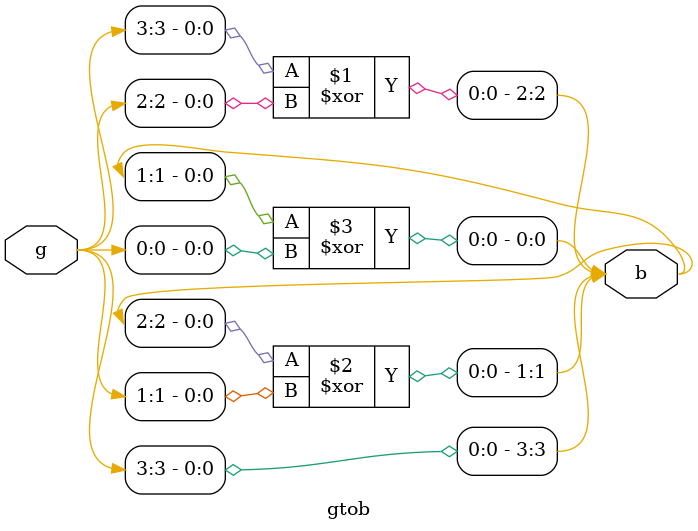
<source format=v>
module gtob(b, g);

    input [3:0] g;
    output [3:0] b;

    buf buf_b3(b[3], g[3]);

    xor xor_b2(b[2], b[3], g[2]);
    xor xor_b1(b[1], b[2], g[1]);
    xor xor_b0(b[0], b[1], g[0]);

endmodule
</source>
